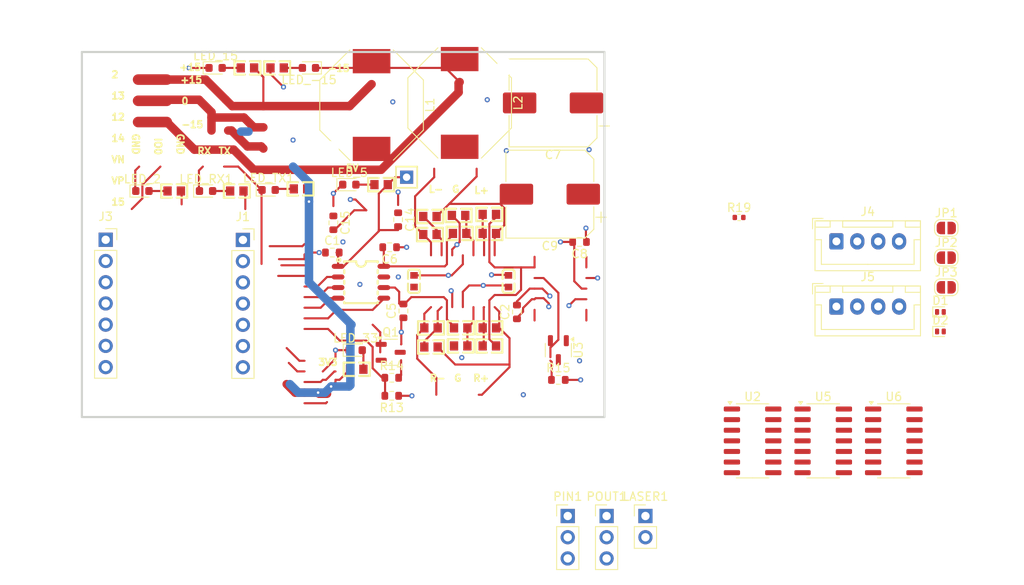
<source format=kicad_pcb>
(kicad_pcb (version 20240108) (generator "pcbnew") (generator_version "8.0")
  (layers (0 "F.Cu" signal "TopLayer") (1 "In1.Cu" signal "Inner1") (2 "In2.Cu" signal "Inner2") (31 "B.Cu" signal "BottomLayer") (34 "B.Paste" user "BottomPasteMaskLayer") (35 "F.Paste" user "TopPasteMaskLayer") (36 "B.SilkS" user "BottomSilkLayer") (37 "F.SilkS" user "TopSilkLayer") (38 "B.Mask" user "BottomSolderMaskLayer") (39 "F.Mask" user "TopSolderMaskLayer") (44 "Edge.Cuts" user "BoardOutLine"))
  (net 0 "")
  (net 1 "3.3V")
  (net 2 "-VCLEAN")
  (net 3 "GND")
  (net 4 "+VCLEAN")
  (net 5 "IO2")
  (net 6 "I2C-1_SDA")
  (net 7 "I2C-1_SCL")
  (net 8 "L")
  (net 9 "R")
  (net 10 "5V")
  (net 11 "-15V")
  (net 12 "+3.3V")
  (net 13 "+5V")
  (net 14 "TX")
  (net 15 "RX")
  (net 16 "LED_RX1_1")
  (net 17 "LED_2_1")
  (net 18 "LED_TX1_1")
  (net 19 "LON")
  (net 20 "LDAC")
  (net 21 "SDI")
  (net 22 "Net-(J1-Pin_6)")
  (net 23 "LED_33_1")
  (net 24 "LASER-")
  (net 25 "LED_5_1")
  (net 26 "VREF")
  (net 27 "SCK")
  (net 28 "CS")
  (net 29 "VREF_B")
  (net 30 "R9_1")
  (net 31 "R1_1")
  (net 32 "R2_2")
  (net 33 "R+")
  (net 34 "L+")
  (net 35 "L-")
  (net 36 "R6_2")
  (net 37 "R5_2")
  (net 38 "R-")
  (net 39 "R11_1")
  (net 40 "+15V")
  (net 41 "R17_1")
  (net 42 "R18_1")
  (net 43 "Net-(J1-Pin_1)")
  (net 44 "Net-(J1-Pin_4)")
  (net 45 "Net-(J1-Pin_5)")
  (net 46 "3.3v")
  (net 47 "/CANbus_P")
  (net 48 "+12V")
  (net 49 "/CANbus_N")
  (net 51 "Net-(U2C--)")
  (net 52 "Net-(U2C-+)")
  (net 53 "Net-(U2B-+)")
  (net 54 "Net-(U2A-+)")
  (net 55 "Net-(U2B--)")
  (net 56 "Net-(U2D-+)")
  (net 59 "Net-(U6B-+)")
  (net 60 "Net-(U6C-+)")
  (net 61 "Net-(Q1-G)")
  (net 62 "Net-(LED_-15-A)")
  (net 63 "Net-(LED_2-A)")
  (net 64 "Net-(LED_5-A)")
  (net 65 "Net-(LED_15-A)")
  (net 66 "Net-(LED_33-A)")
  (net 67 "Net-(LED_RX1-A)")
  (net 68 "Net-(LED_TX1-A)")
  (footprint "Capacitor_SMD:CP_Elec_10x10" (layer "F.Cu") (at 170.165 88.697 180)
    (property "Reference" "C7")
    (property "Value" "1000u")
  )
  (footprint "LED_SMD:LED_0603_1608Metric" (layer "F.Cu") (at 146.543 118.288)
    (property "Reference" "LED_33")
    (property "Value" "19-213/Y2C-CQ2R2L/3T(CY)")
  )
  (footprint "LED_SMD:LED_0603_1608Metric" (layer "F.Cu") (at 145.781 98.476)
    (property "Reference" "LED_5")
    (property "Value" "19-213/Y2C-CQ2R2L/3T(CY)")
  )
  (footprint "Resistor_SMD:R_0603_1608Metric" (layer "F.Cu") (at 150.607 105.969 180)
    (property "Reference" "C6")
    (property "Value" "1uF")
  )
  (footprint "Inductor_SMD:L_Neosid_SMs95_SMs95p" (layer "F.Cu") (at 158.989 88.697 -90)
    (property "Reference" "L2")
    (property "Value" "10m")
  )
  (footprint "BackupProjects_benedictdied_personal_0_20240606:R0603" (layer "F.Cu") (at 155.4311 102.286 180)
    (property "Reference" "R10" (hide yes))
    (property "Value" "10K" (hide yes))
  )
  (footprint "Inductor_SMD:L_Neosid_SMs95_SMs95p" (layer "F.Cu") (at 148.448 88.951 -90)
    (property "Reference" "L1")
    (property "Value" "10m")
  )
  (footprint "BackupProjects_benedictdied_personal_0_20240606:R0603" (layer "F.Cu") (at 139.939 98.984)
    (property "Reference" "R25" (hide yes))
    (property "Value" "10K" (hide yes))
  )
  (footprint "BackupProjects_benedictdied_personal_0_20240606:R0603" (layer "F.Cu") (at 133.589 84.506)
    (property "Reference" "R17" (hide yes))
    (property "Value" "10K" (hide yes))
  )
  (footprint "BackupProjects_benedictdied_personal_0_20240606:R0603" (layer "F.Cu") (at 162.5431 117.78 180)
    (property "Reference" "R4" (hide yes))
    (property "Value" "10K" (hide yes))
  )
  (footprint "LED_SMD:LED_0603_1608Metric" (layer "F.Cu") (at 136.129 99.111)
    (property "Reference" "LED_TX1")
    (property "Value" "19-213/Y2C-CQ2R2L/3T(CY)")
  )
  (footprint "BackupProjects_benedictdied_personal_0_20240606:Hole_gge7236" (layer "F.Cu") (at 143.495 94.285)
    (property "Reference" "Hole_gge7236" (hide yes))
    (property "Value" "Hole_gge7236" (hide yes))
  )
  (footprint "Resistor_SMD:R_0603_1608Metric" (layer "F.Cu") (at 150.8591 121.59)
    (property "Reference" "R14")
    (property "Value" "100")
  )
  (footprint "Resistor_SMD:R_0402_1005Metric" (layer "F.Cu") (at 192.43 102.405)
    (property "Reference" "R19")
    (property "Value" "1k")
  )
  (footprint "Connector_PinSocket_2.54mm:PinSocket_1x07_P2.54mm_Vertical" (layer "F.Cu") (at 133.05 105.095)
    (property "Reference" "J1")
    (property "Value" "xiao_single-header-1_p1-is-p1")
  )
  (footprint "Resistor_SMD:R_0603_1608Metric" (layer "F.Cu") (at 173.34 105.334 180)
    (property "Reference" "C8")
    (property "Value" "100nF")
  )
  (footprint "Connector_PinSocket_2.54mm:PinSocket_1x07_P2.54mm_Vertical" (layer "F.Cu") (at 116.625 105.075)
    (property "Reference" "J3")
    (property "Value" "xiao_single-header-2_p1-is-p8")
  )
  (footprint "Connector_JST:JST_XH_B4B-XH-A_1x04_P2.50mm_Vertical" (layer "F.Cu") (at 204.08 113.065)
    (property "Reference" "J5")
    (property "Value" "XH_to-mainboard")
  )
  (footprint "Resistor_SMD:R_0603_1608Metric" (layer "F.Cu") (at 143.876 103.048 -90)
    (property "Reference" "C15")
    (property "Value" "10uF")
  )
  (footprint "BackupProjects_benedictdied_personal_0_20240606:C0603" (layer "F.Cu") (at 164.831 110.033 -90)
    (property "Reference" "C13" (hide yes))
    (property "Value" "100nF" (hide yes))
  )
  (footprint "Capacitor_SMD:CP_Elec_10x10" (layer "F.Cu") (at 169.784 99.619 180)
    (property "Reference" "C9")
    (property "Value" "1000u")
  )
  (footprint "BackupProjects_benedictdied_personal_0_20240606:R0603" (layer "F.Cu") (at 155.5581 117.907 180)
    (property "Reference" "R12" (hide yes))
    (property "Value" "10K" (hide yes))
  )
  (footprint "Resistor_SMD:R_0603_1608Metric" (layer "F.Cu") (at 151.623 102.667 -90)
    (property "Reference" "C14")
    (property "Value" "10uF")
  )
  (footprint "BackupProjects_benedictdied_personal_0_20240606:R0603" (layer "F.Cu") (at 155.5581 115.621 180)
    (property "Reference" "R11" (hide yes))
    (property "Value" "10K" (hide yes))
  )
  (footprint "BackupProjects_benedictdied_personal_0_20240606:Hole_gge7226" (layer "F.Cu") (at 174.229 124.257)
    (property "Reference" "Hole_gge7226" (hide yes))
    (property "Value" "Hole_gge7226" (hide yes))
  )
  (footprint "BackupProjects_benedictdied_personal_0_20240606:R0603" (layer "F.Cu") (at 162.5431 102.032 180)
    (property "Reference" "R6" (hide yes))
    (property "Value" "10K" (hide yes))
  )
  (footprint "Connector_PinHeader_2.54mm:PinHeader_1x03_P2.54mm_Vertical" (layer "F.Cu") (at 171.925 138.135)
    (property "Reference" "PIN1")
    (property "Value" "HDR-M-2.54_1x3")
  )
  (footprint "LED_SMD:LED_0603_1608Metric" (layer "F.Cu") (at 140.955 84.506 180)
    (property "Reference" "LED_-15")
    (property "Value" "19-213/Y2C-CQ2R2L/3T(CY)")
  )
  (footprint "Resistor_SMD:R_0603_1608Metric" (layer "F.Cu") (at 170.8 121.844)
    (property "Reference" "R15")
    (property "Value" "10K")
  )
  (footprint "BackupProjects_benedictdied_personal_0_20240606:R0603" (layer "F.Cu") (at 162.5431 115.621)
    (property "Reference" "R1" (hide yes))
    (property "Value" "20K" (hide yes))
  )
  (footprint "BackupProjects_benedictdied_personal_0_20240606:C0603" (layer "F.Cu") (at 153.528 110.033 90)
    (property "Reference" "C17" (hide yes))
    (property "Value" "100nF" (hide yes))
  )
  (footprint "Resistor_SMD:R_0603_1608Metric" (layer "F.Cu") (at 152.258 113.589 90)
    (property "Reference" "C5")
    (property "Value" "1uF")
  )
  (footprint "BackupProjects_benedictdied_personal_0_20240606:R0603" (layer "F.Cu") (at 159.1141 115.621)
    (property "Reference" "R3" (hide yes))
    (property "Value" "10K" (hide yes))
  )
  (footprint "BackupProjects_benedictdied_personal_0_20240606:R0603" (layer "F.Cu") (at 162.5431 104.318)
    (property "Reference" "R7" (hide yes))
    (property "Value" "20K" (hide yes))
  )
  (footprint "LED_SMD:LED_0603_1608Metric" (layer "F.Cu") (at 129.779 84.506)
    (property "Reference" "LED_15")
    (property "Value" "19-213/Y2C-CQ2R2L/3T(CY)")
  )
  (footprint "Package_SO:SOIC-14_3.9x8.7mm_P1.27mm" (layer "F.Cu") (at 194.05 129.14)
    (property "Reference" "U2")
    (property "Value" "LM324")
  )
  (footprint "BackupProjects_benedictdied_personal_0_20240606:R0603" (layer "F.Cu") (at 149.5891 98.476)
    (property "Reference" "R23" (hide yes))
    (property "Value" "10K" (hide yes))
  )
  (footprint "BackupProjects_benedictdied_personal_0_20240606:R0603" (layer "F.Cu") (at 155.4311 104.445 180)
    (property "Reference" "R9" (hide yes))
    (property "Value" "10K" (hide yes))
  )
  (footprint "BackupProjects_benedictdied_personal_0_20240606:R0603" (layer "F.Cu") (at 132.319 99.238)
    (property "Reference" "R24" (hide yes))
    (property "Value" "10K" (hide yes))
  )
  (footprint "Connector_PinHeader_2.54mm:PinHeader_1x03_P2.54mm_Vertical" (layer "F.Cu") (at 176.575 138.135)
    (property "Reference" "POUT1")
    (property "Value" "HDR-M-2.54_1x3")
  )
  (footprint "BackupProjects_benedictdied_personal_0_20240606:R0603" (layer "F.Cu") (at 137.145 84.506 180)
    (property "Reference" "R18" (hide yes))
    (property "Value" "10K" (hide yes))
  )
  (footprint "Jumper:SolderJumper-2_P1.3mm_Open_RoundedPad1.0x1.5mm" (layer "F.Cu") (at 217.23 103.665)
    (property "Reference" "JP1")
    (property "Value" "input-12V-is-5V_NO")
  )
  (footprint "BackupProjects_benedictdied_personal_0_20240606:R0603" (layer "F.Cu") (at 159.1141 117.78)
    (property "Reference" "R2" (hide yes))
    (property "Value" "20K" (hide yes))
  )
  (footprint "Package_SO:SOIC-14_3.9x8.7mm_P1.27mm" (layer "F.Cu") (at 210.95 129.14)
    (property "Reference" "U6")
    (property "Value" "LM324")
  )
  (footprint "BackupProjects_benedictdied_personal_0_20240606:R0603" (layer "F.Cu") (at 146.6681 120.574 180)
    (property "Reference" "R21" (hide yes))
    (property "Value" "10K" (hide yes))
  )
  (footprint "Package_TO_SOT_SMD:SOT-23-3" (layer "F.Cu") (at 150.734 118.542)
    (property "Reference" "Q1")
    (property "Value" "AO3400A")
  )
  (footprint "Resistor_SMD:R_0603_1608Metric" (layer "F.Cu") (at 150.8591 123.749 180)
    (property "Reference" "R13")
    (property "Value" "1M")
  )
  (footprint "Jumper:SolderJumper-2_P1.3mm_Open_RoundedPad1.0x1.5mm" (layer "F.Cu") (at 217.23 107.215)
    (property "Reference" "JP2")
    (property "Value" "XH-direct-gpio_SDA_NO")
  )
  (footprint "Diode_SMD:D_SOD-882D" (layer "F.Cu") (at 216.525 116.05)
    (property "Reference" "D2")
    (property "Value" "H3V3L10B")
  )
  (footprint "BackupProjects_benedictdied_personal_0_20240606:R0603" (layer "F.Cu") (at 158.9871 104.318)
    (property "Reference" "R5" (hide yes))
    (property "Value" "10K" (hide yes))
  )
  (footprint "LED_SMD:LED_0603_1608Metric" (layer "F.Cu") (at 121.016 99.238)
    (property "Reference" "LED_2")
    (property "Value" "19-213/Y2C-CQ2R2L/3T(CY)")
  )
  (footprint "Resistor_SMD:R_0603_1608Metric" (layer "F.Cu") (at 143.749 106.604)
    (property "Reference" "C1")
    (property "Value" "100nF")
  )
  (footprint "Connector_PinHeader_2.54mm:PinHeader_1x02_P2.54mm_Vertical" (layer "F.Cu") (at 181.225 138.135)
    (property "Reference" "LASER1")
    (property "Value" "HDR-M-2.54_1x2")
  )
  (footprint "BackupProjects_benedictdied_personal_0_20240606:Hole_gge7231" (layer "F.Cu") (at 164.45 84.379)
    (property "Reference" "Hole_gge7231" (hide yes))
    (property "Value" "Hole_gge7231" (hide yes))
  )
  (footprint "Package_TO_SOT_SMD:SOT-23-3" (layer "F.Cu") (at 170.8019 118.288 -90)
    (property "Reference" "U3")
    (property "Value" "ADR5040ARTZ-REEL7_C144273")
  )
  (footprint "Resistor_SMD:R_0603_1608Metric" (layer "F.Cu") (at 165.847 113.716 90)
    (property "Reference" "C2")
    (property "Value" "100nF")
  )
  (footprint "BackupProjects_benedictdied_personal_0_20240606:R0603" (layer "F.Cu") (at 124.826 99.238)
    (property "Reference" "R22" (hide yes))
    (property "Value" "10K" (hide yes))
  )
  (footprint "BackupProjects_benedictdied_personal_0_20240606:R0603" (layer "F.Cu") (at 158.8601 102.159)
    (property "Reference" "R8" (hide yes))
    (property "Value" "20K" (hide yes))
  )
  (footprint "BackupProjects_benedictdied_personal_0_20240606:SOIC-8_L4.9-W3.9-P1.27-LS6.0-BL" (layer "F.Cu") (at 147.178 110.16 -90)
    (property "Reference" "U4" (hide yes))
    (property "Value" "MCP4822-E/SN" (hide yes))
  )
  (footprint "Diode_SMD:D_SOD-882D" (layer "F.Cu") (at 216.525 113.71)
    (property "Reference" "D1")
    (property "Value" "H3V3L10B")
  )
  (footprint "Connector_JST:JST_XH_B4B-XH-A_1x04_P2.50mm_Vertical" (layer "F.Cu") (at 204.08 105.265)
    (property "Reference" "J4")
    (property "Value" "XH_to-mainboard")
  )
  (footprint "BackupProjects_benedictdied_personal_0_20240606:HDR-M-2.54_1X1" (layer "F.Cu") (at 152.639 97.587)
    (property "Reference" "J2" (hide yes))
    (property "Value" "HDR-M-2.54_1x1" (hide yes))
  )
  (footprint "LED_SMD:LED_0603_1608Metric" (layer "F.Cu") (at 128.636 99.238)
    (property "Reference" "LED_RX1")
    (property "Value" "19-213/Y2C-CQ2R2L/3T(CY)")
  )
  (footprint "Jumper:SolderJumper-2_P1.3mm_Open_RoundedPad1.0x1.5mm" (layer "F.Cu") (at 217.23 110.765)
    (property "Reference" "JP3")
    (property "Value" "XH-direct-gpio_SCL_NO")
  )
  (footprint "Package_SO:SOIC-14_3.9x8.7mm_P1.27mm" (layer "F.Cu") (at 202.5 129.14)
    (property "Reference" "U5")
    (property "Value" "LM324")
  )
  (gr_line (start 113.777 126.289) (end 113.777 82.601) (stroke (width 0.254)) (layer "Edge.Cuts"))
  (gr_line (start 113.777 82.601) (end 176.3119 82.601) (stroke (width 0.254)) (layer "Edge.Cuts"))
  (gr_line (start 176.3119 126.289) (end 113.777 126.289) (stroke (width 0.254)) (layer "Edge.Cuts"))
  (gr_line (start 176.3119 82.601) (end 176.3119 126.289) (stroke (width 0.254)) (layer "Edge.Cuts"))
  (gr_text "3V3" (at 141.971 119.2532 0) (layer "F.SilkS") (effects (font (size 0.8128 0.8128) (thickness 0.2032)) (justify left top)))
  (gr_text "TX" (at 130.033 93.9802 0) (layer "F.SilkS") (effects (font (size 0.8128 0.8128) (thickness 0.2032)) (justify left top)))
  (gr_text "R+" (at 160.513 121.1582 0) (layer "F.SilkS") (effects (font (size 0.8128 0.8128) (thickness 0.2032)) (justify left top)))
  (gr_text "13" (at 117.206 87.3762 0) (layer "F.SilkS") (effects (font (size 0.8128 0.8128) (thickness 0.2032)) (justify left top)))
  (gr_text "GND" (at 120.6858 92.253 270) (layer "F.SilkS") (effects (font (size 0.8128 0.8128) (thickness 0.2032)) (justify left top)))
  (gr_text "15" (at 117.206 100.0762 0) (layer "F.SilkS") (effects (font (size 0.8128 0.8128) (thickness 0.2032)) (justify left top)))
  (gr_text "+15" (at 125.334 83.9472 0) (layer "F.SilkS") (effects (font (size 0.8128 0.8128) (thickness 0.2032)) (justify left top)))
  (gr_text "L+" (at 160.64 98.6792 0) (layer "F.SilkS") (effects (font (size 0.8128 0.8128) (thickness 0.2032)) (justify left top)))
  (gr_text "14" (at 117.206 92.4562 0) (layer "F.SilkS") (effects (font (size 0.8128 0.8128) (thickness 0.2032)) (justify left top)))
  (gr_text "G" (at 158.227 121.1582 0) (layer "F.SilkS") (effects (font (size 0.8128 0.8128) (thickness 0.2032)) (justify left top)))
  (gr_text "+15" (at 125.461 85.4712 0) (layer "F.SilkS") (effects (font (size 0.8128 0.8128) (thickness 0.2032)) (justify left top)))
  (gr_text "VN" (at 117.206 94.9962 0) (layer "F.SilkS") (effects (font (size 0.8128 0.8128) (thickness 0.2032)) (justify left top)))
  (gr_text "IO0" (at 123.3528 92.761 270) (layer "F.SilkS") (effects (font (size 0.8128 0.8128) (thickness 0.2032)) (justify left top)))
  (gr_text "L-" (at 155.179 98.5522 0) (layer "F.SilkS") (effects (font (size 0.8128 0.8128) (thickness 0.2032)) (justify left top)))
  (gr_text "GND" (at 126.0198 92.253 270) (layer "F.SilkS") (effects (font (size 0.8128 0.8128) (thickness 0.2032)) (justify left top)))
  (gr_text "2" (at 117.206 84.8362 0) (layer "F.SilkS") (effects (font (size 0.8128 0.8128) (thickness 0.2032)) (justify left top)))
  (gr_text "VP" (at 117.206 97.5362 0) (layer "F.SilkS") (effects (font (size 0.8128 0.8128) (thickness 0.2032)) (justify left top)))
  (gr_text "R-" (at 155.306 121.1582 0) (layer "F.SilkS") (effects (font (size 0.8128 0.8128) (thickness 0.2032)) (justify left top)))
  (gr_text "RX" (at 127.493 93.9802 0) (layer "F.SilkS") (effects (font (size 0.8128 0.8128) (thickness 0.2032)) (justify left top)))
  (gr_text "G" (at 157.973 98.5522 0) (layer "F.SilkS") (effects (font (size 0.8128 0.8128) (thickness 0.2032)) (justify left top)))
  (gr_text "-15" (at 125.588 90.8052 0) (layer "F.SilkS") (effects (font (size 0.8128 0.8128) (thickness 0.2032)) (justify left top)))
  (gr_text "12" (at 117.206 89.9162 0) (layer "F.SilkS") (effects (font (size 0.8128 0.8128) (thickness 0.2032)) (justify left top)))
  (gr_text "0" (at 125.588 88.0112 0) (layer "F.SilkS") (effects (font (size 0.8128 0.8128) (thickness 0.2032)) (justify left top)))
  (gr_text "5V" (at 145.273 96.0122 0) (layer "F.SilkS") (effects (font (size 0.8128 0.8128) (thickness 0.2032)) (justify left top)))
  (gr_text "-15" (at 143.114 84.0742 0) (layer "F.SilkS") (effects (font (size 0.8128 0.8128) (thickness 0.2032)) (justify left top)))
  (segment (start 174.1541 113.462) (end 174.1541 114.732) (width 0.254) (layer "F.Cu") (net 0))
  (segment (start 142.3441 122.098) (end 140.4221 122.098) (width 0.254) (layer "F.Cu") (net 0))
  (segment (start 144.1301 120.8359) (end 143.9951 120.8359) (width 0.254) (layer "F.Cu") (net 0))
  (segment (start 121.016 98.476) (end 121.016 100.127) (width 0.254) (layer "F.Cu") (net 0))
  (segment (start 137.653 108.128) (end 140.4221 108.128) (width 0.254) (layer "F.Cu") (net 0))
  (segment (start 140.4221 120.828) (end 139.558 120.828) (width 0.254) (layer "F.Cu") (net 0))
  (segment (start 121.016 100.127) (end 119.746 101.397) (width 0.254) (layer "F.Cu") (net 0))
  (segment (start 139.812 119.558) (end 138.288 118.034) (width 0.254) (layer "F.Cu") (net 0))
  (segment (start 140.1681 105.842) (end 136.256 105.842) (width 0.254) (layer "F.Cu") (net 0))
  (segment (start 140.4221 105.588) (end 140.1681 105.842) (width 0.254) (layer "F.Cu") (net 0))
  (segment (start 123.175 96.317) (end 121.016 98.476) (width 0.254) (layer "F.Cu") (net 0))
  (segment (start 142.606 121.8361) (end 142.3441 122.098) (width 0.254) (layer "F.Cu") (net 0))
  (segment (start 174.1541 107.112) (end 174.1541 108.382) (width 0.254) (layer "F.Cu") (net 0))
  (segment (start 167.9539 113.462) (end 167.9539 114.732) (width 0.254) (layer "F.Cu") (net 0))
  (segment (start 139.558 120.828) (end 138.542 119.812) (width 0.254) (layer "F.Cu") (net 0))
  (segment (start 140.4221 119.558) (end 139.812 119.558) (width 0.254) (layer "F.Cu") (net 0))
  (segment (start 143.9951 120.8359) (end 142.995 121.836) (width 0.254) (layer "F.Cu") (net 0))
  (segment (start 142.995 121.836) (end 142.606 121.836) (width 0.254) (layer "F.Cu") (net 0))
  (segment (start 140.4221 109.398) (end 137.272 109.398) (width 0.254) (layer "F.Cu") (net 0))
  (via (at 174.483 94.285) (size 0.6096) (drill 0.3048) (layers "F.Cu" "B.Cu") (net 0))
  (via (at 164.577 94.412) (size 0.6096) (drill 0.3048) (layers "F.Cu" "B.Cu") (net 0))
  (via (at 166.609 123.622) (size 0.6096) (drill 0.3048) (layers "F.Cu" "B.Cu") (net 0))
  (via (at 147.051 110.414) (size 0.6096) (drill 0.3048) (layers "F.Cu" "B.Cu") (net 0))
  (segment (start 142.1813 123.5031) (end 143.114 123.5031) (width 1.016) (layer "F.Cu") (net 1))
  (segment (start 144.6081 121.8359) (end 145.8701 120.574) (width 0.254) (layer "F.Cu") (net 1))
  (segment (start 131.684 91.999) (end 133.589 93.904) (width 1.016) (layer "F.Cu") (net 1))
  (segment (start 139.304 123.368) (end 140.4221 123.368) (width 1.016) (layer "F.Cu") (net 1))
  (segment (start 140.4221 123.368) (end 142.0462 123.368) (width 1.016) (layer "F.Cu") (net 1))
  (segment (start 133.335 99.4541) (end 133.335 101.397) (width 0.254) (layer "F.Cu") (net 1))
  (segment (start 133.1189 99.238) (end 133.335 99.4541) (width 0.254) (layer "F.Cu") (net 1))
  (segment (start 133.589 93.904) (end 135.24 93.904) (width 1.016) (layer "F.Cu") (net 1))
  (segment (start 140.955 99.2001) (end 140.955 100.508) (width 0.254) (layer "F.Cu") (net 1))
  (segment (start 140.7389 98.984) (end 140.955 99.2001) (width 0.254) (layer "F.Cu") (net 1))
  (segment (start 143.7262 122.5098) (end 144.1301 122.1059) (width 0.254) (layer "F.Cu") (net 1))
  (segment (start 131.287 91.999) (end 131.684 91.999) (width 1.016) (layer "F.Cu") (net 1))
  (segment (start 138.288 122.352) (end 139.304 123.368) (width 1.016) (layer "F.Cu") (net 1))
  (segment (start 144.1301 122.1059) (end 144.1301 121.8359) (width 0.254) (layer "F.Cu") (net 1))
  (segment (start 135.24 93.904) (end 135.494 94.158) (width 1.016) (layer "F.Cu") (net 1))
  (segment (start 143.6035 122.6324) (end 143.114 123.1219) (width 0.254) (layer "F.Cu") (net 1))
  (segment (start 143.114 123.1219) (end 143.114 123.5031) (width 0.254) (layer "F.Cu") (net 1))
  (segment (start 144.1301 121.8359) (end 144.6081 121.8359) (width 0.254) (layer "F.Cu") (net 1))
  (segment (start 142.0462 123.368) (end 142.1813 123.5031) (width 1.016) (layer "F.Cu") (net 1))
  (via (at 140.955 100.508) (size 0.6096) (drill 0.3048) (layers "F.Cu" "B.Cu") (net 1))
  (via (at 142.0462 123.368) (size 0.6096) (drill 0.3048) (layers "F.Cu" "B.Cu") (net 1))
  (via (at 143.6035 122.6324) (size 0.6096) (drill 0.3048) (layers "F.Cu" "B.Cu") (net 1))
  (segment (start 143.6035 122.6325) (end 142.868 123.368) (width 1.016) (layer "B.Cu") (net 1))
  (segment (start 145.7545 122.6325) (end 143.6035 122.6325) (width 1.016) (layer "B.Cu") (net 1))
  (segment (start 139.685 123.368) (end 138.669 122.352) (width 1.016) (layer "B.Cu") (net 1))
  (segment (start 146.035 115.24) (end 145.908 115.367) (width 1.016) (layer "B.Cu") (net 1))
  (segment (start 139.05 96.317) (end 140.955 98.222) (width 1.016) (layer "B.Cu") (net 1))
  (segment (start 142.868 123.368) (end 142.0462 123.368) (width 1.016) (layer "B.Cu") (net 1))
  (segment (start 140.955 110.16) (end 146.035 115.24) (width 1.016) (layer "B.Cu") (net 1))
  (segment (start 145.908 115.367) (end 145.908 122.479) (width 1.016) (layer "B.Cu") (net 1))
  (segment (start 142.0462 123.368) (end 139.685 123.368) (width 1.016) (layer "B.Cu") (net 1))
  (segment (start 132.827 92.126) (end 133.716 92.126) (width 1.016) (layer "B.Cu") (net 1))
  (segment (start 140.955 98.222) (end 140.955 100.508) (width 1.016) (layer "B.Cu") (net 1))
  (segment (start 145.908 122.479) (end 145.7545 122.6325) (width 1.016) (layer "B.Cu") (net 1))
  (segment (start 140.955 100.508) (end 140.955 110.16) (width 1.016) (layer "B.Cu") (net 1))
  (segment (start 172.6401 105.334) (end 171.054 105.334) (width 0.254) (layer "F.Cu") (net 2))
  (segment (start 153.528 109.3331) (end 157.6372 109.3331) (width 0.254) (layer "F.Cu") (net 2))
  (segment (start 159.37 108.001) (end 159.37 106.9329) (width 0.254) (layer "F.Cu") (net 2))
  (segment (start 172.6401 105.334) (end 172.705 105.3989) (width 0.254) (layer "F.Cu") (net 2))
  (segment (start 157.6372 109.3331) (end 158.0379 109.3331) (width 0.254) (layer "F.Cu") (net 2))
  (segment (start 173.594 110.922) (end 174.1541 110.922) (width 0.254) (layer "F.Cu") (net 2))
  (segment (start 158.0379 109.3331) (end 159.37 108.001) (width 0.254) (layer "F.Cu") (net 2))
  (segment (start 172.705 105.3989) (end 172.705 110.033) (width 0.254) (layer "F.Cu") (net 2))
  (segment (start 172.705 110.033) (end 173.594 110.922) (width 0.254) (layer "F.Cu") (net 2))
  (via (at 157.6372 109.3332) (size 0.6096) (drill 0.3048) (layers "F.Cu" "B.Cu") (net 2))
  (via (at 171.054 105.334) (size 0.6096) (drill 0.3048) (layers "F.Cu" "B.Cu") (net 2))
  (segment (start 166.5778 113.2392) (end 166.5778 113.6851) (width 0.254) (layer "F.Cu") (net 3))
  (segment (start 169.022 112.065) (end 169.657 112.7) (width 0.254) (layer "F.Cu") (net 3))
  (segment (start 167.625 112.192) (end 166.5778 113.2392) (width 0.254) (layer "F.Cu") (net 3))
  (segment (start 134.351 91.618) (end 135.494 91.618) (width 1.016) (layer "F.Cu") (net 3))
  (segment (start 127.7979 88.316) (end 129.287 89.8051) (width 1.016) (layer "F.Cu") (net 3))
  (segment (start 143.114 124.5031) (end 142.9791 124.638) (width 0.254) (layer "F.Cu") (net 3))
  (segment (start 168.0809 112.065) (end 169.022 112.065) (width 0.254) (layer "F.Cu") (net 3))
  (segment (start 151.3069 105.969) (end 152.639 105.969) (width 0.254) (layer "F.Cu") (net 3))
  (segment (start 174.1541 109.652) (end 175.499 109.652) (width 0.254) (layer "F.Cu") (net 3))
  (segment (start 158.1 106.223) (end 158.6637 105.6593) (width 0.254) (layer "F.Cu") (net 3))
  (segment (start 136.3449 84.506) (end 136.3449 85.2299) (width 0.254) (layer "F.Cu") (net 3))
  (segment (start 167.9539 112.192) (end 168.0809 112.065) (width 0.254) (layer "F.Cu") (net 3))
  (segment (start 152.004 117.5717) (end 151.9837 117.592) (width 0.254) (layer "F.Cu") (net 3))
  (segment (start 158.1 106.9329) (end 158.1 106.223) (width 0.254) (layer "F.Cu") (net 3))
  (segment (start 158.6637 105.6593) (end 158.989 105.334) (width 0.254) (layer "F.Cu") (net 3))
  (segment (start 140.4216 106.858) (end 140.4216 107.3965) (width 0.254) (layer "F.Cu") (net 3))
  (segment (start 166.5778 113.6851) (end 165.847 114.4159) (width 0.254) (layer "F.Cu") (net 3))
  (segment (start 169.8518 117.9883) (end 169.8518 119.1292) (width 0.254) (layer "F.Cu") (net 3))
  (segment (start 174.102 105.2719) (end 174.102 103.683) (width 0.254) (layer "F.Cu") (net 3))
  (segment (start 158.989 105.334) (end 158.989 103.086) (width 0.254) (layer "F.Cu") (net 3))
  (segment (start 129.287 90.444) (end 133.177 90.444) (width 1.016) (layer "F.Cu") (net 3))
  (segment (start 167.9539 112.192) (end 167.625 112.192) (width 0.254) (layer "F.Cu") (net 3))
  (segment (start 172.832 112.192) (end 172.07 112.954) (width 0.254) (layer "F.Cu") (net 3))
  (segment (start 124.064 88.316) (end 127.7979 88.316) (width 1.016) (layer "F.Cu") (net 3))
  (segment (start 151.623 100.913) (end 151.623 99.365) (width 0.254) (layer "F.Cu") (net 3))
  (segment (start 129.287 89.8051) (end 129.287 91.999) (width 1.016) (layer "F.Cu") (net 3))
  (segment (start 164.7689 109.271) (end 162.799 109.271) (width 0.254) (layer "F.Cu") (net 3))
  (segment (start 169.022 109.652) (end 167.9539 109.652) (width 0.254) (layer "F.Cu") (net 3))
  (segment (start 164.831 109.3331) (end 164.7689 109.271) (width 0.254) (layer "F.Cu") (net 3))
  (segment (start 158.1 111.303) (end 157.973 111.176) (width 0.254) (layer "F.Cu") (net 3))
  (segment (start 169.657 112.7) (end 169.657 113.081) (width 0.254) (layer "F.Cu") (net 3))
  (segment (start 174.1541 112.192) (end 172.832 112.192) (width 0.254) (layer "F.Cu") (net 3))
  (segment (start 140.4216 107.3965) (end 137.3685 107.3965) (width 0.254) (layer "F.Cu") (net 3))
  (segment (start 152.004 116.129) (end 152.004 117.5717) (width 0.254) (layer "F.Cu") (net 3))
  (segment (start 174.0399 105.334) (end 174.102 105.2719) (width 0.254) (layer "F.Cu") (net 3))
  (segment (start 123.937 88.443) (end 124.064 88.316) (width 1.016) (layer "F.Cu") (net 3))
  (segment (start 133.177 90.444) (end 134.351 91.618) (width 1.016) (layer "F.Cu") (net 3))
  (segment (start 158.1 113.1331) (end 158.1 111.303) (width 0.254) (layer "F.Cu") (net 3))
  (segment (start 140.4221 106.858) (end 140.6761 106.604) (width 0.254) (layer "F.Cu") (net 3))
  (segment (start 158.989 103.086) (end 158.062 102.159) (width 0.254) (layer "F.Cu") (net 3))
  (segment (start 170.8018 117.0383) (end 169.8518 117.9883) (width 0.254) (layer "F.Cu") (net 3))
  (segment (start 152.258 114.2889) (end 152.004 114.5429) (width 0.254) (layer "F.Cu") (net 3))
  (segment (start 120.508 88.443) (end 123.937 88.443) (width 1.27) (layer "F.Cu") (net 3))
  (segment (start 170.8018 111.4318) (end 169.022 109.652) (width 0.254) (layer "F.Cu") (net 3))
  (segment (start 152.004 114.5429) (end 152.004 116.129) (width 0.254) (layer "F.Cu") (net 3))
  (segment (start 140.6761 106.604) (end 142.1702 106.604) (width 0.254) (layer "F.Cu") (net 3))
  (segment (start 170.8018 117.0383) (end 170.8018 111.4318) (width 0.254) (layer "F.Cu") (net 3))
  (segment (start 142.9791 124.638) (end 140.4221 124.638) (width 0.254) (layer "F.Cu") (net 3))
  (segment (start 136.3449 85.2299) (end 137.907 86.792) (width 0.254) (layer "F.Cu") (net 3))
  (segment (start 140.4221 106.858) (end 140.4221 106.858) (width 0.254) (layer "F.Cu") (net 3))
  (segment (start 151.661 123.749) (end 153.274 123.749) (width 0.254) (layer "F.Cu") (net 3))
  (via (at 137.907 86.792) (size 0.6096) (drill 0.3048) (layers "F.Cu" "B.Cu") (net 3))
  (via (at 162.799 109.271) (size 0.6096) (drill 0.3048) (layers "F.Cu" "B.Cu") (net 3))
  (via (at 175.499 109.652) (size 0.6096) (drill 0.3048) (layers "F.Cu" "B.Cu") (net 3))
  (via (at 162.291 88.316) (size 0.6096) (drill 0.3048) (layers "F.Cu" "B.Cu") (net 3))
  (via (at 145.0215 105.334) (size 0.6096) (drill 0.3048) (layers "F.Cu" "B.Cu") (net 3))
  (via (at 152.639 105.969) (size 0.6096) (drill 0.3048) (layers "F.Cu" "B.Cu") (net 3))
  (via (at 169.657 113.081) (size 0.6096) (drill 0.3048) (layers "F.Cu" "B.Cu") (net 3))
  (via (at 152.004 116.129) (size 0.6096) (drill 0.3048) (layers "F.Cu" "B.Cu") (net 3))
  (via (at 158.6636 105.6594) (size 0.6096) (drill 0.3048) (layers "F.Cu" "B.Cu") (net 3))
  (via (at 151.6487 109.525) (size 0.6096) (drill 0.3048) (layers "F.Cu" "B.Cu") (net 3))
  (via (at 159.243 119.177) (size 0.6096) (drill 0.3048) (layers "F.Cu" "B.Cu") (net 3))
  (via (at 150.988 88.57) (size 0.6096) (drill 0.3048) (layers "F.Cu" "B.Cu") (net 3))
  (via (at 151.623 99.365) (size 0.6096) (drill 0.3048) (layers "F.Cu" "B.Cu") (net 3))
  (via (at 157.973 111.176) (size 0.6096) (drill 0.3048) (layers "F.Cu" "B.Cu") (net 3))
  (via (at 172.07 112.954) (size 0.6096) (drill 0.3048) (layers "F.Cu" "B.Cu") (net 3))
  (via (at 174.102 103.683) (size 0.6096) (drill 0.3048) (layers "F.Cu" "B.Cu") (net 3))
  (via (at 139.05 93.142) (size 0.6096) (drill 0.3048) (layers "F.Cu" "B.Cu") (net 3))
  (via (at 173.34 119.558) (size 0.6096) (drill 0.3048) (layers "F.Cu" "B.Cu") (net 3))
  (via (at 142.1701 106.604) (size 0.6096) (drill 0.3048) (layers "F.Cu" "B.Cu") (net 3))
  (via (at 153.274 123.749) (size 0.6096) (drill 0.3048) (layers "F.Cu" "B.Cu") (net 3))
  (segment (start 167.9539 110.922) (end 168.895 110.922) (width 0.254) (layer "F.Cu") (net 4))
  (segment (start 164.639 110.541) (end 161.8129 110.541) (width 0.254) (layer "F.Cu") (net 4))
  (segment (start 165.847 113.0161) (end 165.847 112.446) (width 0.254) (layer "F.Cu") (net 4))
  (segment (start 146.5227 100.254) (end 145.908 100.254) (width 0.254) (layer "F.Cu") (net 4))
  (segment (start 167.371 110.922) (end 167.9539 110.922) (width 0.254) (layer "F.Cu") (net 4))
  (segment (start 159.37 111.303) (end 159.37 113.1331) (width 0.254) (layer "F.Cu") (net 4))
  (segment (start 147.813 101.5443) (end 146.5227 100.254) (width 0.254) (layer "F.Cu") (net 4))
  (segment (start 169.784 111.811) (end 169.784 111.938) (width 0.254) (layer "F.Cu") (net 4))
  (segment (start 171.6018 121.844) (end 173.4689 121.844) (width 0.254) (layer "F.Cu") (net 4))
  (segment (start 161.8129 110.541) (end 160.132 110.541) (width 0.254) (layer "F.Cu") (net 4))
  (segment (start 164.831 110.733) (end 164.639 110.541) (width 0.254) (layer "F.Cu") (net 4))
  (segment (start 168.895 110.922) (end 169.784 111.811) (width 0.254) (layer "F.Cu") (net 4))
  (segment (start 160.132 110.541) (end 159.37 111.303) (width 0.254) (layer "F.Cu") (net 4))
  (segment (start 165.847 112.446) (end 167.371 110.922) (width 0.254) (layer "F.Cu") (net 4))
  (segment (start 147.813 101.5443) (end 146.3797 101.5443) (width 0.254) (layer "F.Cu") (net 4))
  (segment (start 146.3797 101.5443) (end 143.876 104.048) (width 0.254) (layer "F.Cu") (net 4))
  (via (at 169.784 111.811) (size 0.6096) (drill 0.3048) (layers "F.Cu" "B.Cu") (net 4))
  (via (at 161.813 110.541) (size 0.6096) (drill 0.3048) (layers "F.Cu" "B.Cu") (net 4))
  (via (at 145.908 100.254) (size 0.6096) (drill 0.3048) (layers "F.Cu" "B.Cu") (net 4))
  (via (at 173.4688 121.844) (size 0.6096) (drill 0.3048) (layers "F.Cu" "B.Cu") (net 4))
  (segment (start 125.715 99.3271) (end 125.715 100.8334) (width 0.254) (layer "F.Cu") (net 5))
  (segment (start 125.6259 99.238) (end 125.715 99.3271) (width 0.254) (layer "F.Cu") (net 5))
  (segment (start 149.906 105.969) (end 149.9187 108.255) (width 0.254) (layer "F.Cu") (net 8))
  (segment (start 158.1871 104.4849) (end 158.1871 104.318) (width 0.254) (layer "F.Cu") (net 8))
  (segment (start 157.211 108.255) (end 157.465 108.001) (width 0.254) (layer "F.Cu") (net 8))
  (segment (start 157.465 108.001) (end 157.465 105.207) (width 0.254) (layer "F.Cu") (net 8))
  (segment (start 157.465 105.207) (end 158.1871 104.4849) (width 0.254) (layer "F.Cu") (net 8))
  (segment (start 149.9179 108.255) (end 157.211 108.255) (width 0.254) (layer "F.Cu") (net 8))
  (segment (start 151.75 112.7) (end 151.858 112.808) (width 0.254) (layer "F.Cu") (net 9))
  (segment (start 151.242 110.795) (end 151.75 111.303) (width 0.254) (layer "F.Cu") (net 9))
  (segment (start 149.9179 110.795) (end 151.242 110.795) (width 0.254) (layer "F.Cu") (net 9))
  (segment (start 153.2092 111.938) (end 157.084 111.938) (width 0.254) (layer "F.Cu") (net 9))
  (segment (start 151.75 111.303) (end 151.75 112.7) (width 0.254) (layer "F.Cu") (net 9))
  (segment (start 158.3161 115.456) (end 158.3161 115.621) (width 0.254) (layer "F.Cu") (net 9))
  (segment (start 157.465 114.605) (end 158.3161 115.456) (width 0.254) (layer "F.Cu") (net 9))
  (segment (start 157.084 111.938) (end 157.465 112.319) (width 0.254) (layer "F.Cu") (net 9))
  (segment (start 157.465 112.319) (end 157.465 114.605) (width 0.254) (layer "F.Cu") (net 9))
  (segment (start 152.258 112.8892) (end 153.2092 111.938) (width 0.254) (layer "F.Cu") (net 9))
  (segment (start 144.2491 106.604) (end 144.4381 106.793) (width 0.254) (layer "F.Cu") (net 10))
  (segment (start 151.623 103.9141) (end 149.3141 103.9167) (width 0.254) (layer "F.Cu") (net 10))
  (segment (start 145.1028 108.255) (end 149.3141 104.0437) (width 0.254) (layer "F.Cu") (net 10))
  (segment (start 150.3893 98.476) (end 151.2783 97.587) (width 0.254) (layer "F.Cu") (net 10))
  (segment (start 151.2783 97.587) (end 152.639 97.587) (width 0.254) (layer "F.Cu") (net 10))
  (segment (start 150.3909 98.476) (end 149.3141 99.5528) (width 0.254) (layer "F.Cu") (net 10))
  (segment (start 144.4381 106.793) (end 144.4381 108.255) (width 0.254) (layer "F.Cu") (net 10))
  (segment (start 149.3141 99.5528) (end 149.3141 104.0437) (width 0.254) (layer "F.Cu") (net 10))
  (segment (start 144.4381 108.255) (end 145.1028 108.255) (width 0.254) (layer "F.Cu") (net 10))
  (segment (start 123.937 90.983) (end 127.239 94.285) (width 1.016) (layer "F.Cu") (net 11))
  (segment (start 158.989 86.1971) (end 157.2979 84.506) (width 0.254) (layer "F.Cu") (net 11))
  (segment (start 120.508 90.983) (end 123.937 90.983) (width 1.27) (layer "F.Cu") (net 11))
  (segment (start 158.862 86.3241) (end 158.989 86.1971) (width 1.016) (layer "F.Cu") (net 11))
  (segment (start 134.351 96.698) (end 149.591 96.698) (width 1.016) (layer "F.Cu") (net 11))
  (segment (start 127.239 94.285) (end 131.938 94.285) (width 1.016) (layer "F.Cu") (net 11))
  (segment (start 157.2979 84.506) (end 141.806 84.506) (width 0.254) (layer "F.Cu") (net 11))
  (segment (start 149.591 96.698) (end 158.862 87.427) (width 1.016) (layer "F.Cu") (net 11))
  (segment (start 158.862 87.427) (end 158.862 86.3241) (width 1.016) (layer "F.Cu") (net 11))
  (segment (start 131.938 94.285) (end 134.351 96.698) (width 1.016) (layer "F.Cu") (net 11))
  (segment (start 129.4869 99.238) (end 131.519 99.238) (width 0.254) (layer "F.Cu") (net 16))
  (segment (start 124.026 99.238) (end 121.8669 99.238) (width 0.254) (layer "F.Cu") (net 17))
  (segment (start 139.1389 98.984) (end 137.1069 98.984) (width 0.254) (layer "F.Cu") (net 18))
  (segment (start 137.1069 98.984) (end 136.9799 99.111) (width 0.254) (layer "F.Cu") (net 18))
  (segment (start 143.241 115.748) (end 144.638 117.145) (width 0.254) (layer "F.Cu") (net 19))
  (segment (start 150.061 121.59) (end 150.0611 123.749) (width 0.254) (layer "F.Cu") (net 19))
  (segment (start 148.575 120.447) (end 149.718 121.59) (width 0.254) (layer "F.Cu") (net 19))
  (segment (start 147.813 117.145) (end 148.575 117.907) (width 0.254) (layer "F.Cu") (net 19))
  (segment (start 140.4221 115.748) (end 143.241 115.748) (width 0.254) (layer "F.Cu") (net 19))
  (segment (start 144.638 117.145) (end 147.813 117.145) (width 0.254) (layer "F.Cu") (net 19))
  (segment (start 149.718 121.59) (end 150.0611 121.59) (width 0.254) (layer "F.Cu") (net 19))
  (segment (start 148.575 117.907) (end 148.575 120.447) (width 0.254) (layer "F.Cu") (net 19))
  (segment (start 148.575 113.462) (end 149.9179 112.1191) (width 0.254) (layer "F.Cu") (net 20))
  (segment (start 143.241 114.478) (end 144.257 113.462) (width 0.254) (layer "F.Cu") (net 20))
  (segment (start 140.4221 114.478) (end 143.241 114.478) (width 0.254) (layer "F.Cu") (net 20))
  (segment (start 144.257 113.462) (end 148.575 113.462) (width 0.254) (layer "F.Cu") (net 20))
  (segment (start 149.9179 112.1191) (end 149.9179 112.065) (width 0.254) (layer "F.Cu") (net 20))
  (segment (start 140.4221 113.208) (end 142.352 113.208) (width 0.254) (layer "F.Cu") (net 21))
  (segment (start 142.352 113.208) (end 143.495 112.065) (width 0.254) (layer "F.Cu") (net 21))
  (segment (start 143.495 112.065) (end 144.4381 112.065) (width 0.254) (layer "F.Cu") (net 21))
  (segment (start 147.3939 118.288) (end 147.47 118.3641) (width 0.254) (layer "F.Cu") (net 23))
  (segment (start 147.47 118.3641) (end 147.47 120.574) (width 0.254) (layer "F.Cu") (net 23))
  (segment (start 146.6319 98.476) (end 148.791 98.476) (width 0.254) (layer "F.Cu") (net 25))
  (segment (start 169.8518 119.5377) (end 170.0002 119.686) (width 0.254) (layer "F.Cu") (net 26))
  (segment (start 170.0002 119.686) (end 170.0002 121.844) (width 0.254) (layer "F.Cu") (net 26))
  (segment (start 140.4221 111.938) (end 142.098 111.938) (width 0.254) (layer "F.Cu") (net 27))
  (segment (start 142.098 111.938) (end 143.241 110.795) (width 0.254) (layer "F.Cu") (net 27))
  (segment (start 143.241 110.795) (end 144.4381 110.795) (width 0.254) (layer "F.Cu") (net 27))
  (segment (start 141.971 110.668) (end 143.114 109.525) (width 0.254) (layer "F.Cu") (net 28))
  (segment (start 143.114 109.525) (end 144.4381 109.525) (width 0.254) (layer "F.Cu") (net 28))
  (segment (start 140.4221 110.668) (end 141.971 110.668) (width 0.254) (layer "F.Cu") (net 28))
  (segment (start 162.545 103.175) (end 163.345 102.375) (width 0.254) (layer "F.Cu") (net 29))
  (segment (start 162.545 107.747) (end 162.545 103.175) (width 0.254) (layer "F.Cu") (net 29))
  (segment (start 162.545 112.319) (end 163.18 111.684) (width 0.254) (layer "F.Cu") (net 29))
  (segment (start 163.18 111.684) (end 165.72 111.684) (width 0.254) (layer "F.Cu") (net 29))
  (segment (start 162.545 116.98) (end 162.545 112.319) (width 0.254) (layer "F.Cu") (net 29))
  (segment (start 167.9539 108.382) (end 163.18 108.382) (width 0.254) (layer "F.Cu") (net 29))
  (segment (start 163.345 102.375) (end 163.345 102.032) (width 0.254) (layer "F.Cu") (net 29))
  (segment (start 163.345 117.78) (end 162.545 116.98) (width 0.254) (layer "F.Cu") (net 29))
  (segment (start 166.3375 111.0665) (end 166.3375 108.382) (width 0.254) (layer "F.Cu") (net 29))
  (segment (start 165.72 111.684) (end 166.3375 111.0665) (width 0.254) (layer "F.Cu") (net 29))
  (segment (start 167.9539 107.112) (end 167.9539 108.382) (width 0.254) (layer "F.Cu") (net 29))
  (segment (start 163.18 108.382) (end 162.545 107.747) (width 0.254) (layer "F.Cu") (net 29))
  (segment (start 156.233 103.8859) (end 156.233 104.445) (width 0.254) (layer "F.Cu") (net 30))
  (segment (start 156.233 104.445) (end 156.83 105.042) (width 0.254) (layer "F.Cu") (net 30))
  (segment (start 154.6331 102.286) (end 156.233 103.8859) (width 0.254) (layer "F.Cu") (net 30))
  (segment (start 156.83 105.042) (end 156.83 106.9329) (width 0.254) (layer "F.Cu") (net 30))
  (segment (start 161.91 113.1331) (end 161.872 113.1711) (width 0.254) (layer "F.Cu") (net 31))
  (segment (start 161.872 115.621) (end 161.8721 117.78) (width 0.254) (layer "F.Cu") (net 31))
  (segment (start 161.872 113.1711) (end 161.872 115.621) (width 0.254) (layer "F.Cu") (net 31))
  (segment (start 160.64 113.1331) (end 160.64 114.8968) (width 0.254) (layer "F.Cu") (net 32))
  (segment (start 160.64 114.8968) (end 159.9158 115.621) (width 0.254) (layer "F.Cu") (net 32))
  (segment (start 159.9159 115.621) (end 159.9159 117.78) (width 0.254) (layer "F.Cu") (net 32))
  (segment (start 163.7259 115.621) (end 164.958 116.8531) (width 0.254) (layer "F.Cu") (net 33))
  (segment (start 156.36 117.907) (end 158.4595 120.0065) (width 0.254) (layer "F.Cu") (net 33))
  (segment (start 164.958 120.32) (end 161.656 123.622) (width 0.254) (layer "F.Cu") (net 33))
  (segment (start 164.958 116.8531) (end 164.958 120.32) (width 0.254) (layer "F.Cu") (net 33))
  (segment (start 163.7259 113.679) (end 163.7259 115.621) (width 0.254) (layer "F.Cu") (net 33))
  (segment (start 158.4595 120.0065) (end 164.958 120.0065) (width 0.254) (layer "F.Cu") (net 33))
  (segment (start 161.656 123.622) (end 161.275 123.622) (width 0.254) (layer "F.Cu") (net 33))
  (segment (start 163.18 113.1331) (end 163.7259 113.679) (width 0.254) (layer "F.Cu") (net 33))
  (segment (start 163.18 104.4829) (end 163.18 106.9329) (width 0.254) (layer "F.Cu") (net 34))
  (segment (start 163.3449 104.318) (end 163.18 104.4829) (width 0.254) (layer "F.Cu") (net 34))
  (segment (start 164.323 103.3399) (end 164.323 101.27) (width 0.254) (layer "F.Cu") (net 34))
  (segment (start 163.8354 100.7824) (end 157.7366 100.7824) (width 0.254) (layer "F.Cu") (net 34))
  (segment (start 163.3449 104.318) (end 164.323 103.3399) (width 0.254) (layer "F.Cu") (net 34))
  (segment (start 161.021 97.498) (end 161.021 96.571) (width 0.254) (layer "F.Cu") (net 34))
  (segment (start 156.233 102.286) (end 161.021 97.498) (width 0.254) (layer "F.Cu") (net 34))
  (segment (start 164.323 101.27) (end 163.8354 100.7824) (width 0.254) (layer "F.Cu") (net 34))
  (segment (start 154.6331 104.445) (end 155.56 105.3719) (width 0.254) (layer "F.Cu") (net 35))
  (segment (start 154.6331 104.445) (end 153.655 103.4669) (width 0.254) (layer "F.Cu") (net 35))
  (segment (start 153.655 99.873) (end 155.941 97.587) (width 0.254) (layer "F.Cu") (net 35))
  (segment (start 155.56 105.3719) (end 155.56 106.9329) (width 0.254) (layer "F.Cu") (net 35))
  (segment (start 153.655 103.4669) (end 153.655 99.873) (width 0.254) (layer "F.Cu") (net 35))
  (segment (start 155.941 97.587) (end 155.941 96.571) (width 0.254) (layer "F.Cu") (net 35))
  (segment (start 161.91 104.483) (end 161.91 106.9329) (width 0.254) (layer "F.Cu") (net 36))
  (segment (start 161.745 104.318) (end 161.91 104.483) (width 0.254) (layer "F.Cu") (net 36))
  (segment (start 161.7451 102.032) (end 161.745 104.318) (width 0.254) (layer "F.Cu") (net 36))
  (segment (start 159.6619 102.159) (end 159.7889 102.286) (width 0.254) (layer "F.Cu") (net 37))
  (segment (start 160.64 105.1691) (end 160.64 106.9329) (width 0.254) (layer "F.Cu") (net 37))
  (segment (start 159.7889 102.286) (end 159.7889 104.318) (width 0.254) (layer "F.Cu") (net 37))
  (segment (start 159.7889 104.318) (end 160.64 105.1691) (width 0.254) (layer "F.Cu") (net 37))
  (segment (start 153.909 119.304) (end 156.195 121.59) (width 0.254) (layer "F.Cu") (net 38))
  (segment (start 154.7601 113.933) (end 154.7601 115.621) (width 0.254) (layer "F.Cu") (net 38))
  (segment (start 155.56 113.1331) (end 154.7601 113.933) (width 0.254) (layer "F.Cu") (net 38))
  (segment (start 153.909 116.4721) (end 153.909 119.304) (width 0.254) (layer "F.Cu") (net 38))
  (segment (start 156.195 121.59) (end 156.195 123.622) (width 0.254) (layer "F.Cu") (net 38))
  (segment (start 154.7601 115.621) (end 153.909 116.4721) (width 0.254) (layer "F.Cu") (net 38))
  (segment (start 156.36 115.621) (end 154.7601 117.2209) (width 0.254) (layer "F.Cu") (net 39))
  (segment (start 156.36 113.6031) (end 156.36 115.621) (width 0.254) (layer "F.Cu") (net 39))
  (segment (start 156.83 113.1331) (end 156.36 113.6031) (width 0.254) (layer "F.Cu") (net 39))
  (segment (start 154.7601 117.2209) (end 154.7601 117.907) (width 0.254) (layer "F.Cu") (net 39))
  (segment (start 134.3891 84.506) (end 135.494 85.6109) (width 0.254) (layer "F.Cu") (net 40))
  (segment (start 145.8211 89.078) (end 148.448 86.4511) (width 1.016) (layer "F.Cu") (net 40))
  (segment (start 135.494 85.6109) (end 135.494 89.078) (width 0.254) (layer "F.Cu") (net 40))
  (segment (start 131.7601 89.078) (end 135.494 89.078) (width 1.016) (layer "F.Cu") (net 40))
  (segment (start 128.5851 85.903) (end 130.9981 88.316) (width 1.016) (layer "F.Cu") (net 40))
  (segment (start 120.508 85.903) (end 123.937 85.903) (width 1.27) (layer "F.Cu") (net 40))
  (segment (start 123.937 85.903) (end 128.5851 85.903) (width 1.016) (layer "F.Cu") (net 40))
  (segment (start 135.494 89.078) (end 145.8211 89.078) (width 1.016) (layer "F.Cu") (net 40))
  (segment (start 130.9981 88.316) (end 131.7601 89.078) (width 1.016) (layer "F.Cu") (net 40))
  (segment (start 130.6298 84.506) (end 132.7892 84.506) (width 0.254) (layer "F.Cu") (net 41))
  (segment (start 137.9448 84.506) (end 140.1042 84.506) (width 0.254) (layer "F.Cu") (net 42))
  (segment (start 148.575 115.24) (end 149.4843 116.1493) (width 0.254) (layer "F.Cu") (net 61))
  (segment (start 151.9837 121.2673) (end 151.9837 119.492) (width 0.254) (layer "F.Cu") (net 61))
  (segment (start 151.6609 121.59) (end 151.9837 121.2673) (width 0.254) (layer "F.Cu") (net 61))
  (segment (start 149.4843 116.1493) (end 149.4843 118.542) (width 0.254) (layer "F.Cu") (net 61))
  (segment (start 120.635 96.317) (end 120.1651 96.7869) (width 0.254) (layer "F.Cu") (net 63))
  (segment (start 120.1651 96.7869) (end 120.1651 99.238) (width 0.254) (layer "F.Cu") (net 63))
  (segment (start 143.876 99.5301) (end 143.876 101.04) (width 0.254) (layer "F.Cu") (net 64))
  (segment (start 143.876 99.5301) (end 143.876 99.5301) (width 0.254) (layer "F.Cu") (net 64))
  (segment (start 144.9301 98.476) (end 143.876 99.5301) (width 0.254) (layer "F.Cu") (net 64))
  (via (at 143.876 99.5301) (size 0.6096) (drill 0.3048) (layers "F.Cu" "B.Cu") (net 64))
  (segment (start 128.928 84.506) (end 126.604 84.506) (width 0.254) (layer "F.Cu") (net 65))
  (via (at 126.604 84.506) (size 0.6096) (drill 0.3048) (layers "F.Cu" "B.Cu") (net 65))
  (segment (start 145.6921 118.288) (end 144.13 118.288) (width 0.254) (layer "F.Cu") (net 66))
  (segment (start 142.606 120.8361) (end 144.13 119.3121) (width 0.254) (layer "F.Cu") (net 66))
  (segment (start 144.13 119.3121) (end 144.13 118.288) (width 0.254) (layer "F.Cu") (net 66))
  (via (at 144.13 118.288) (size 0.6096) (drill 0.3048) (layers "F.Cu" "B.Cu") (net 66))
  (segment (start 127.7851 96.7869) (end 127.7851 99.238) (width 0.254) (layer "F.Cu") (net 67))
  (segment (start 128.255 96.317) (end 127.7851 96.7869) (width 0.254) (layer "F.Cu") (net 67))
  (segment (start 130.795 96.317) (end 132.4841 96.317) (width 0.254) (layer "F.Cu") (net 68))
  (segment (start 135.2781 107.9629) (end 135.2781 99.111) (width 0.254) (layer "F.Cu") (net 68))
  (segment (start 134.859 99.111) (end 135.2781 99.111) (width 0.254) (layer "F.Cu") (net 68))
  (segment (start 132.4841 96.317) (end 135.2781 99.111) (width 0.254) (layer "F.Cu") (net 68))
)
</source>
